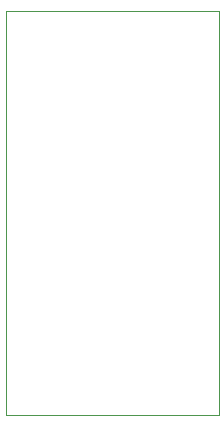
<source format=gbr>
%TF.GenerationSoftware,KiCad,Pcbnew,(5.99.0-11571-g293f207356)*%
%TF.CreationDate,2021-10-16T17:12:02-05:00*%
%TF.ProjectId,kicad-test,6b696361-642d-4746-9573-742e6b696361,rev?*%
%TF.SameCoordinates,Original*%
%TF.FileFunction,Profile,NP*%
%FSLAX46Y46*%
G04 Gerber Fmt 4.6, Leading zero omitted, Abs format (unit mm)*
G04 Created by KiCad (PCBNEW (5.99.0-11571-g293f207356)) date 2021-10-16 17:12:02*
%MOMM*%
%LPD*%
G01*
G04 APERTURE LIST*
%TA.AperFunction,Profile*%
%ADD10C,0.100000*%
%TD*%
G04 APERTURE END LIST*
D10*
X157000000Y-116000000D02*
X139000000Y-116000000D01*
X139000000Y-116000000D02*
X139000000Y-81750000D01*
X139000000Y-81750000D02*
X157000000Y-81750000D01*
X157000000Y-81750000D02*
X157000000Y-116000000D01*
M02*

</source>
